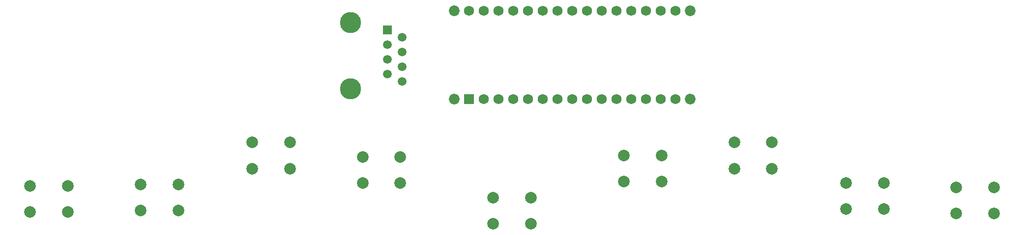
<source format=gbr>
%TF.GenerationSoftware,KiCad,Pcbnew,(6.0.7)*%
%TF.CreationDate,2022-10-03T11:37:18-05:00*%
%TF.ProjectId,FieldBangerPCB,4669656c-6442-4616-9e67-65725043422e,rev?*%
%TF.SameCoordinates,Original*%
%TF.FileFunction,Soldermask,Bot*%
%TF.FilePolarity,Negative*%
%FSLAX46Y46*%
G04 Gerber Fmt 4.6, Leading zero omitted, Abs format (unit mm)*
G04 Created by KiCad (PCBNEW (6.0.7)) date 2022-10-03 11:37:18*
%MOMM*%
%LPD*%
G01*
G04 APERTURE LIST*
%ADD10C,2.000000*%
%ADD11C,1.850000*%
%ADD12C,1.727200*%
%ADD13R,1.727200X1.727200*%
%ADD14C,3.650000*%
%ADD15R,1.500000X1.500000*%
%ADD16C,1.500000*%
G04 APERTURE END LIST*
D10*
%TO.C,SW4*%
X166750000Y-61000000D03*
X173250000Y-61000000D03*
X173250000Y-65500000D03*
X166750000Y-65500000D03*
%TD*%
D11*
%TO.C,XA1*%
X159150000Y-53490000D03*
X159150000Y-38250000D03*
X118510000Y-38250000D03*
X118510000Y-53490000D03*
D12*
X154070000Y-38250000D03*
X128670000Y-38250000D03*
X148990000Y-38250000D03*
X146450000Y-38250000D03*
X143910000Y-38250000D03*
X141370000Y-38250000D03*
X138830000Y-38250000D03*
X136290000Y-38250000D03*
X133750000Y-38250000D03*
X131210000Y-38250000D03*
X151530000Y-38250000D03*
X123590000Y-53490000D03*
D13*
X121050000Y-53490000D03*
D12*
X131210000Y-53490000D03*
X133750000Y-53490000D03*
X136290000Y-53490000D03*
X138830000Y-53490000D03*
X141370000Y-53490000D03*
X143910000Y-53490000D03*
X146450000Y-53490000D03*
X148990000Y-53490000D03*
X151530000Y-53490000D03*
X154070000Y-53490000D03*
X156610000Y-53490000D03*
X156610000Y-38250000D03*
X128670000Y-53490000D03*
X123590000Y-38250000D03*
X126130000Y-53490000D03*
X126130000Y-38250000D03*
X121050000Y-38250000D03*
%TD*%
D10*
%TO.C,SW5*%
X205000000Y-68750000D03*
X211500000Y-68750000D03*
X205000000Y-73250000D03*
X211500000Y-73250000D03*
%TD*%
%TO.C,SW8*%
X154250000Y-63250000D03*
X147750000Y-63250000D03*
X147750000Y-67750000D03*
X154250000Y-67750000D03*
%TD*%
%TO.C,SW9*%
X192500000Y-68000000D03*
X186000000Y-68000000D03*
X186000000Y-72500000D03*
X192500000Y-72500000D03*
%TD*%
D14*
%TO.C,J1*%
X100650000Y-51702500D03*
X100650000Y-40272500D03*
D15*
X107000000Y-41542500D03*
D16*
X109540000Y-42812500D03*
X107000000Y-44082500D03*
X109540000Y-45352500D03*
X107000000Y-46622500D03*
X109540000Y-47892500D03*
X107000000Y-49162500D03*
X109540000Y-50432500D03*
%TD*%
D10*
%TO.C,SW3*%
X125250000Y-70500000D03*
X131750000Y-70500000D03*
X131750000Y-75000000D03*
X125250000Y-75000000D03*
%TD*%
%TO.C,SW6*%
X71000000Y-68250000D03*
X64500000Y-68250000D03*
X64500000Y-72750000D03*
X71000000Y-72750000D03*
%TD*%
%TO.C,SW2*%
X83750000Y-61000000D03*
X90250000Y-61000000D03*
X90250000Y-65500000D03*
X83750000Y-65500000D03*
%TD*%
%TO.C,SW7*%
X109250000Y-63500000D03*
X102750000Y-63500000D03*
X109250000Y-68000000D03*
X102750000Y-68000000D03*
%TD*%
%TO.C,SW1*%
X52000000Y-68500000D03*
X45500000Y-68500000D03*
X45500000Y-73000000D03*
X52000000Y-73000000D03*
%TD*%
M02*

</source>
